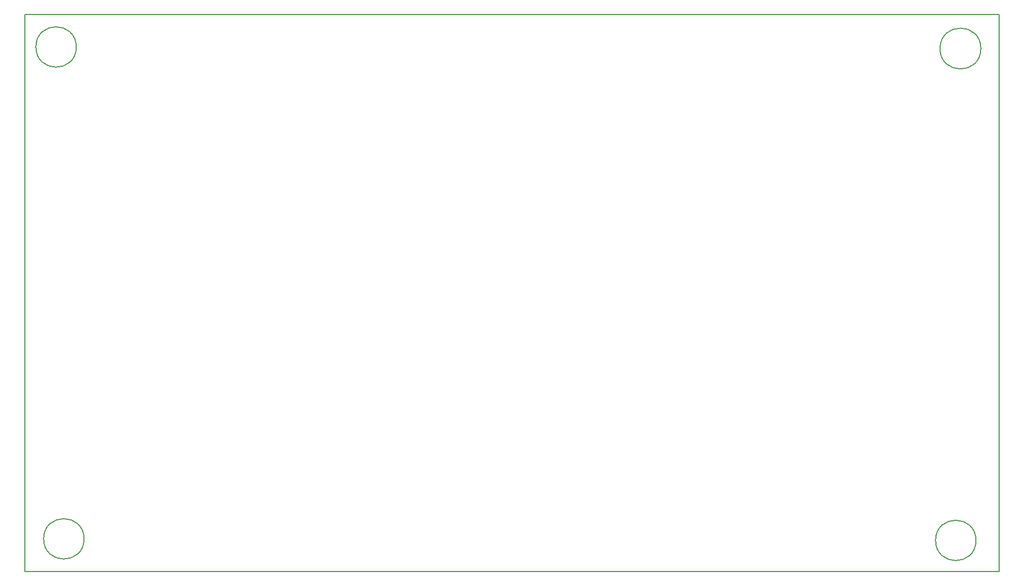
<source format=gbr>
%TF.GenerationSoftware,KiCad,Pcbnew,8.0.1*%
%TF.CreationDate,2024-06-17T10:53:38-04:00*%
%TF.ProjectId,trs80 multi connector,74727338-3020-46d7-956c-746920636f6e,rev?*%
%TF.SameCoordinates,Original*%
%TF.FileFunction,Profile,NP*%
%FSLAX46Y46*%
G04 Gerber Fmt 4.6, Leading zero omitted, Abs format (unit mm)*
G04 Created by KiCad (PCBNEW 8.0.1) date 2024-06-17 10:53:38*
%MOMM*%
%LPD*%
G01*
G04 APERTURE LIST*
%TA.AperFunction,Profile*%
%ADD10C,0.200000*%
%TD*%
G04 APERTURE END LIST*
D10*
X216192848Y-45974000D02*
G75*
G02*
X209511152Y-45974000I-3340848J0D01*
G01*
X209511152Y-45974000D02*
G75*
G02*
X216192848Y-45974000I3340848J0D01*
G01*
X215392000Y-126492000D02*
G75*
G02*
X208788000Y-126492000I-3302000J0D01*
G01*
X208788000Y-126492000D02*
G75*
G02*
X215392000Y-126492000I3302000J0D01*
G01*
X69596000Y-126238000D02*
G75*
G02*
X62992000Y-126238000I-3302000J0D01*
G01*
X62992000Y-126238000D02*
G75*
G02*
X69596000Y-126238000I3302000J0D01*
G01*
X68326000Y-45720000D02*
G75*
G02*
X61722000Y-45720000I-3302000J0D01*
G01*
X61722000Y-45720000D02*
G75*
G02*
X68326000Y-45720000I3302000J0D01*
G01*
X59944000Y-40386000D02*
X219202000Y-40386000D01*
X219202000Y-131572000D01*
X59944000Y-131572000D01*
X59944000Y-40386000D01*
M02*

</source>
